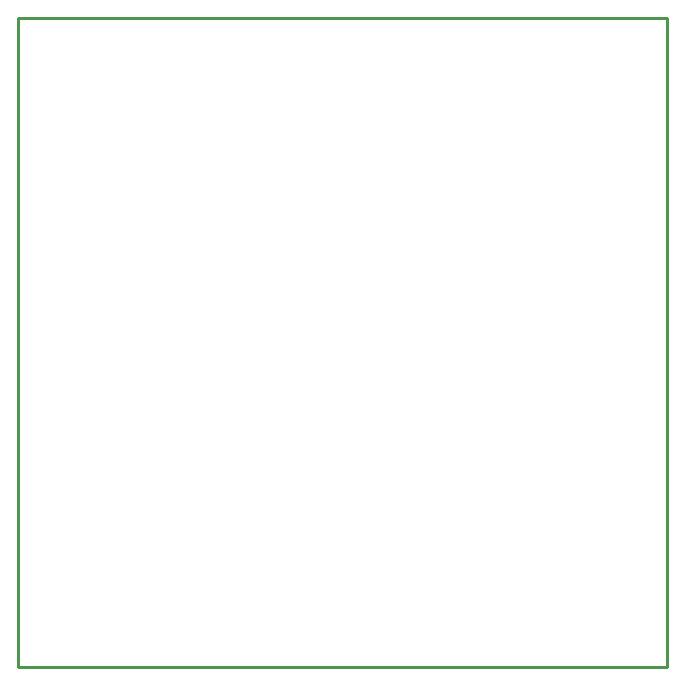
<source format=gm1>
G04 Layer_Color=16711935*
%FSLAX25Y25*%
%MOIN*%
G70*
G01*
G75*
%ADD14C,0.01000*%
D14*
X0Y0D02*
Y216535D01*
Y0D02*
X216535D01*
X0Y216535D02*
X216535D01*
Y0D02*
Y216535D01*
M02*

</source>
